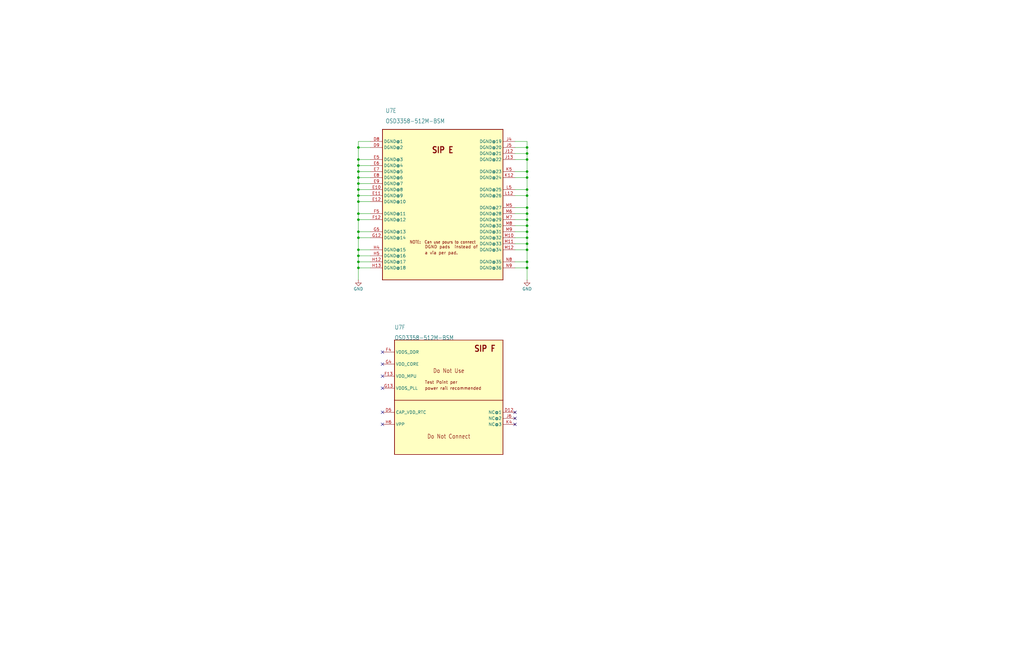
<source format=kicad_sch>
(kicad_sch (version 20250114) (generator "eeschema") (generator_version "9.0")
  (paper "B")
  (title_block (title "Oresat Live Card") (date "2025-09-15") (rev "2.1"))
  (lib_symbols
    (symbol "oresat-ics:OSD3358-512M-BSM"
      (property "Reference" "U" (at 0 87.63 0))
      (property "Value" "OSD3358-512M-BSM" (at 0 85.09 0))
      (symbol "OSD3358-512M-BSM_1_0"
        (polyline (pts (xy -30.48 83.82) (xy 0 83.82)) (stroke (width 0.254)))
        (polyline (pts (xy -30.48 68.58) (xy -30.48 83.82)) (stroke (width 0.254)))
        (polyline (pts (xy -30.48 53.34) (xy -30.48 68.58)) (stroke (width 0.254)))
        (polyline (pts (xy -30.48 30.48) (xy -30.48 53.34)) (stroke (width 0.254)))
        (polyline (pts (xy -30.48 10.16) (xy -30.48 30.48)) (stroke (width 0.254)))
        (polyline (pts (xy -30.48 0) (xy -30.48 10.16)) (stroke (width 0.254)))
        (polyline (pts (xy -30.48 -10.16) (xy -30.48 0)) (stroke (width 0.254)))
        (polyline (pts (xy -30.48 -45.72) (xy -30.48 -10.16)) (stroke (width 0.254)))
        (polyline (pts (xy -30.48 -68.58) (xy -30.48 -45.72)) (stroke (width 0.254)))
        (polyline (pts (xy -30.48 -78.74) (xy -30.48 -68.58)) (stroke (width 0.254)))
        (polyline (pts (xy -30.48 -88.9) (xy -30.48 -78.74)) (stroke (width 0.254)))
        (polyline (pts (xy -30.48 -88.9) (xy 0 -88.9)) (stroke (width 0.254)))
        (polyline (pts (xy 0 83.82) (xy 0 68.58)) (stroke (width 0.254)))
        (polyline (pts (xy 0 83.82) (xy 30.48 83.82)) (stroke (width 0.254)))
        (polyline (pts (xy 0 68.58) (xy -30.48 68.58)) (stroke (width 0.254)))
        (polyline (pts (xy 0 68.58) (xy 0 66.04)) (stroke (width 0.254)))
        (polyline (pts (xy 0 66.04) (xy 0 53.34)) (stroke (width 0.254)))
        (polyline (pts (xy 0 53.34) (xy -30.48 53.34)) (stroke (width 0.254)))
        (polyline (pts (xy 0 53.34) (xy 0 48.26)) (stroke (width 0.254)))
        (polyline (pts (xy 0 48.26) (xy 0 35.56)) (stroke (width 0.254)))
        (polyline (pts (xy 0 35.56) (xy 0 30.48)) (stroke (width 0.254)))
        (polyline (pts (xy 0 30.48) (xy -30.48 30.48)) (stroke (width 0.254)))
        (polyline (pts (xy 0 30.48) (xy 0 22.86)) (stroke (width 0.254)))
        (polyline (pts (xy 0 22.86) (xy 0 10.16)) (stroke (width 0.254)))
        (polyline (pts (xy 0 10.16) (xy -30.48 10.16)) (stroke (width 0.254)))
        (polyline (pts (xy 0 10.16) (xy 0 0)) (stroke (width 0.254)))
        (polyline (pts (xy 0 0) (xy -30.48 0)) (stroke (width 0.254)))
        (polyline (pts (xy 0 0) (xy 0 -10.16)) (stroke (width 0.254)))
        (polyline (pts (xy 0 -10.16) (xy -30.48 -10.16)) (stroke (width 0.254)))
        (polyline (pts (xy 0 -10.16) (xy 0 -33.02)) (stroke (width 0.254)))
        (polyline (pts (xy 0 -33.02) (xy 0 -45.72)) (stroke (width 0.254)))
        (polyline (pts (xy 0 -45.72) (xy -30.48 -45.72)) (stroke (width 0.254)))
        (polyline (pts (xy 0 -45.72) (xy 0 -66.04)) (stroke (width 0.254)))
        (polyline (pts (xy 0 -66.04) (xy 0 -68.58)) (stroke (width 0.254)))
        (polyline (pts (xy 0 -68.58) (xy -30.48 -68.58)) (stroke (width 0.254)))
        (polyline (pts (xy 0 -68.58) (xy 0 -78.74)) (stroke (width 0.254)))
        (polyline (pts (xy 0 -78.74) (xy -30.48 -78.74)) (stroke (width 0.254)))
        (polyline (pts (xy 0 -78.74) (xy 0 -88.9)) (stroke (width 0.254)))
        (polyline (pts (xy 0 -88.9) (xy 30.48 -88.9)) (stroke (width 0.254)))
        (polyline (pts (xy 30.48 83.82) (xy 30.48 66.04)) (stroke (width 0.254)))
        (polyline (pts (xy 30.48 66.04) (xy 0 66.04)) (stroke (width 0.254)))
        (polyline (pts (xy 30.48 66.04) (xy 30.48 48.26)) (stroke (width 0.254)))
        (polyline (pts (xy 30.48 48.26) (xy 0 48.26)) (stroke (width 0.254)))
        (polyline (pts (xy 30.48 48.26) (xy 30.48 35.56)) (stroke (width 0.254)))
        (polyline (pts (xy 30.48 35.56) (xy 0 35.56)) (stroke (width 0.254)))
        (polyline (pts (xy 30.48 35.56) (xy 30.48 22.86)) (stroke (width 0.254)))
        (polyline (pts (xy 30.48 22.86) (xy 0 22.86)) (stroke (width 0.254)))
        (polyline (pts (xy 30.48 22.86) (xy 30.48 -10.16)) (stroke (width 0.254)))
        (polyline (pts (xy 30.48 -10.16) (xy 0 -10.16)) (stroke (width 0.254)))
        (polyline (pts (xy 30.48 -10.16) (xy 30.48 -33.02)) (stroke (width 0.254)))
        (polyline (pts (xy 30.48 -33.02) (xy 0 -33.02)) (stroke (width 0.254)))
        (polyline (pts (xy 30.48 -33.02) (xy 30.48 -66.04)) (stroke (width 0.254)))
        (polyline (pts (xy 30.48 -66.04) (xy 0 -66.04)) (stroke (width 0.254)))
        (polyline (pts (xy 30.48 -66.04) (xy 30.48 -88.9)) (stroke (width 0.254)))
        (text "GND to program EEPROM" (at -25.4 -71.12 0) (effects (font (size 1.27 1.0795)) (justify left bottom)))
        (text "SIP A" (at -20.32 17.78 0) (effects (font (size 2.54 2.159) (bold yes)) (justify left bottom)))
        (text "I2C0" (at -2.54 -60.96 900) (effects (font (size 2.54 2.159)) (justify left bottom)))
        (text "Connect together with pour" (at 5.08 -7.62 900) (effects (font (size 1.27 1.0795)) (justify left bottom)))
        (text "Connect together with pour" (at 5.08 -60.96 900) (effects (font (size 1.27 1.0795)) (justify left bottom)))
        (text "Reset" (at 5.08 -81.28 900) (effects (font (size 2.54 2.159)) (justify left bottom)))
        (text "Connect to either:\nSYS_VDD_1P8V or\nSYS_VDD3_3P3V" (at 8.89 -21.59 900) (effects (font (size 1.27 1.0795)) (justify bottom)))
        (pin power_in line (at -35.56 78.74 0) (length 5.08) (name "VIN_AC@1") (number "P10"))
        (pin power_in line (at -35.56 76.2 0) (length 5.08) (name "VIN_AC@2") (number "R10"))
        (pin power_in line (at -35.56 73.66 0) (length 5.08) (name "VIN_AC@3") (number "T10"))
        (pin power_in line (at -35.56 63.5 0) (length 5.08) (name "VIN_USB@1") (number "P9"))
        (pin power_in line (at -35.56 60.96 0) (length 5.08) (name "VIN_USB@2") (number "R9"))
        (pin power_in line (at -35.56 58.42 0) (length 5.08) (name "VIN_USB@3") (number "T9"))
        (pin power_in line (at -35.56 48.26 0) (length 5.08) (name "VIN_BAT@1") (number "P8"))
        (pin power_in line (at -35.56 45.72 0) (length 5.08) (name "VIN_BAT@2") (number "R8"))
        (pin power_in line (at -35.56 43.18 0) (length 5.08) (name "VIN_BAT@3") (number "T8"))
        (pin passive line (at -35.56 38.1 0) (length 5.08) (name "PMIC_BAT_SENSE") (number "N7"))
        (pin bidirectional line (at -35.56 35.56 0) (length 5.08) (name "PMIC_TS") (number "N6"))
        (pin bidirectional line (at -35.56 5.08 0) (length 5.08) (name "PMIC_NRESET") (number "M13"))
        (pin bidirectional line (at -35.56 -5.08 0) (length 5.08) (name "PMIC_PB_IN") (number "T11"))
        (pin input line (at -35.56 -15.24 0) (length 5.08) (name "PMIC_PWR_EN") (number "N11"))
        (pin output line (at -35.56 -17.78 0) (length 5.08) (name "PMIC_POWER_EN") (number "N10"))
        (pin output line (at -35.56 -22.86 0) (length 5.08) (name "PMIC_LDO_PGOOD") (number "N4"))
        (pin bidirectional line (at -35.56 -25.4 0) (length 5.08) (name "RTC_PWRONRSTN") (number "N5"))
        (pin output line (at -35.56 -30.48 0) (length 5.08) (name "PMIC_NWAKEUP") (number "L4"))
        (pin bidirectional line (at -35.56 -33.02 0) (length 5.08) (name "EXT_WAKEUP") (number "M4"))
        (pin output line (at -35.56 -38.1 0) (length 5.08) (name "PMIC_NINT") (number "E4"))
        (pin bidirectional line (at -35.56 -40.64 0) (length 5.08) (name "EXTINTN") (number "D4"))
        (pin bidirectional line (at -35.56 -50.8 0) (length 5.08) (name "PMIC_SCL") (number "D10"))
        (pin bidirectional line (at -35.56 -53.34 0) (length 5.08) (name "I2C0_SCL") (number "C10"))
        (pin bidirectional line (at -35.56 -60.96 0) (length 5.08) (name "PMIC_SDA") (number "D11"))
        (pin bidirectional line (at -35.56 -63.5 0) (length 5.08) (name "I2C0_SDA") (number "C11"))
        (pin bidirectional line (at -35.56 -73.66 0) (length 5.08) (name "EEPROM_WP") (number "M2"))
        (pin bidirectional line (at -35.56 -83.82 0) (length 5.08) (name "RTC_KALDO_ENN") (number "M16"))
        (pin power_out line (at 35.56 78.74 180) (length 5.08) (name "SYS_VOUT@1") (number "K6"))
        (pin power_out line (at 35.56 76.2 180) (length 5.08) (name "SYS_VOUT@2") (number "K7"))
        (pin power_out line (at 35.56 73.66 180) (length 5.08) (name "SYS_VOUT@3") (number "L6"))
        (pin power_out line (at 35.56 71.12 180) (length 5.08) (name "SYS_VOUT@4") (number "L7"))
        (pin power_out line (at 35.56 60.96 180) (length 5.08) (name "SYS_VDD1_3P3V@1") (number "F6"))
        (pin power_out line (at 35.56 58.42 180) (length 5.08) (name "SYS_VDD1_3P3V@2") (number "F7"))
        (pin power_out line (at 35.56 55.88 180) (length 5.08) (name "SYS_VDD1_3P3V@3") (number "G6"))
        (pin power_out line (at 35.56 53.34 180) (length 5.08) (name "SYS_VDD1_3P3V@4") (number "G7"))
        (pin power_out line (at 35.56 43.18 180) (length 5.08) (name "SYS_VDD2_3P3V@1") (number "F11"))
        (pin power_out line (at 35.56 40.64 180) (length 5.08) (name "SYS_VDD2_3P3V@2") (number "G11"))
        (pin power_out line (at 35.56 30.48 180) (length 5.08) (name "SYS_RTC_1P8V@1") (number "K11"))
        (pin power_out line (at 35.56 27.94 180) (length 5.08) (name "SYS_RTC_1P8V@2") (number "L11"))
        (pin power_out line (at 35.56 12.7 180) (length 5.08) (name "SYS_VDD3_3P3V@1") (number "F8"))
        (pin power_out line (at 35.56 10.16 180) (length 5.08) (name "SYS_VDD3_3P3V@2") (number "G8"))
        (pin power_out line (at 35.56 7.62 180) (length 5.08) (name "SYS_VDD3_3P3V@3") (number "H7"))
        (pin power_out line (at 35.56 5.08 180) (length 5.08) (name "SYS_VDD3_3P3V@4") (number "H8"))
        (pin power_out line (at 35.56 2.54 180) (length 5.08) (name "SYS_VDD3_3P3V@5") (number "J7"))
        (pin power_out line (at 35.56 0 180) (length 5.08) (name "SYS_VDD3_3P3V@6") (number "J8"))
        (pin power_out line (at 35.56 -2.54 180) (length 5.08) (name "SYS_VDD3_3P3V@7") (number "K8"))
        (pin power_out line (at 35.56 -5.08 180) (length 5.08) (name "SYS_VDD3_3P3V@8") (number "L8"))
        (pin power_in line (at 35.56 -15.24 180) (length 5.08) (name "VDDSHV1") (number "J9"))
        (pin power_in line (at 35.56 -17.78 180) (length 5.08) (name "VDDSHV2") (number "K9"))
        (pin power_in line (at 35.56 -20.32 180) (length 5.08) (name "VDDSHV3") (number "L9"))
        (pin power_in line (at 35.56 -22.86 180) (length 5.08) (name "VDDSHV4") (number "F9"))
        (pin power_in line (at 35.56 -25.4 180) (length 5.08) (name "VDDSHV5") (number "G9"))
        (pin power_in line (at 35.56 -27.94 180) (length 5.08) (name "VDDSHV6") (number "H9"))
        (pin power_in line (at 35.56 -38.1 180) (length 5.08) (name "SYS_VDD_1P8V@1") (number "F10"))
        (pin power_in line (at 35.56 -40.64 180) (length 5.08) (name "SYS_VDD_1P8V@2") (number "G10"))
        (pin power_in line (at 35.56 -43.18 180) (length 5.08) (name "SYS_VDD_1P8V@3") (number "H10"))
        (pin power_in line (at 35.56 -45.72 180) (length 5.08) (name "SYS_VDD_1P8V@4") (number "H11"))
        (pin power_in line (at 35.56 -48.26 180) (length 5.08) (name "SYS_VDD_1P8V@5") (number "J10"))
        (pin power_in line (at 35.56 -50.8 180) (length 5.08) (name "SYS_VDD_1P8V@6") (number "J11"))
        (pin power_in line (at 35.56 -53.34 180) (length 5.08) (name "SYS_VDD_1P8V@7") (number "K10"))
        (pin power_in line (at 35.56 -55.88 180) (length 5.08) (name "SYS_VDD_1P8V@8") (number "L10"))
        (pin output line (at 35.56 -71.12 180) (length 5.08) (name "PMIC_PGOOD") (number "N12"))
        (pin bidirectional line (at 35.56 -73.66 180) (length 5.08) (name "PWRONRSTN") (number "P11"))
        (pin bidirectional line (at 35.56 -83.82 180) (length 5.08) (name "WARMRSTN") (number "R11"))
      )
      (symbol "OSD3358-512M-BSM_1_1"
        (rectangle (start -30.48 83.82) (end 30.48 -88.9) (fill (type background)))
      )
      (symbol "OSD3358-512M-BSM_2_0"
        (rectangle (start -25.4 58.42) (end 25.4 -60.96) (fill (type background)))
        (polyline (pts (xy -25.4 58.42) (xy 25.4 58.42)) (stroke (width 0.254)))
        (polyline (pts (xy -25.4 48.26) (xy -25.4 58.42)) (stroke (width 0.254)))
        (polyline (pts (xy -25.4 48.26) (xy 0 48.26)) (stroke (width 0.254)))
        (polyline (pts (xy -25.4 17.78) (xy -25.4 48.26)) (stroke (width 0.254)))
        (polyline (pts (xy -25.4 17.78) (xy 0 17.78)) (stroke (width 0.254)))
        (polyline (pts (xy -25.4 -12.7) (xy -25.4 17.78)) (stroke (width 0.254)))
        (polyline (pts (xy -25.4 -12.7) (xy 0 -12.7)) (stroke (width 0.254)))
        (polyline (pts (xy -25.4 -38.1) (xy -25.4 -12.7)) (stroke (width 0.254)))
        (polyline (pts (xy -25.4 -38.1) (xy 25.4 -38.1)) (stroke (width 0.254)))
        (polyline (pts (xy -25.4 -60.96) (xy -25.4 -38.1)) (stroke (width 0.254)))
        (polyline (pts (xy 0 48.26) (xy 0 17.78)) (stroke (width 0.254)))
        (polyline (pts (xy 0 48.26) (xy 25.4 48.26)) (stroke (width 0.254)))
        (polyline (pts (xy 0 17.78) (xy 0 0)) (stroke (width 0.254)))
        (polyline (pts (xy 0 0) (xy 0 -12.7)) (stroke (width 0.254)))
        (polyline (pts (xy 0 0) (xy 25.4 0)) (stroke (width 0.254)))
        (polyline (pts (xy 0 -12.7) (xy 0 -60.96)) (stroke (width 0.254)))
        (polyline (pts (xy 0 -60.96) (xy -25.4 -60.96)) (stroke (width 0.254)))
        (polyline (pts (xy 25.4 58.42) (xy 25.4 48.26)) (stroke (width 0.254)))
        (polyline (pts (xy 25.4 48.26) (xy 25.4 0)) (stroke (width 0.254)))
        (polyline (pts (xy 25.4 0) (xy 25.4 -38.1)) (stroke (width 0.254)))
        (polyline (pts (xy 25.4 -38.1) (xy 25.4 -60.96)) (stroke (width 0.254)))
        (polyline (pts (xy 25.4 -60.96) (xy 0 -60.96)) (stroke (width 0.254)))
        (text "SIP B" (at -5.08 53.34 0) (effects (font (size 2.54 2.159) (bold yes)) (justify left bottom)))
        (text "XTAL" (at -2.54 30.48 900) (effects (font (size 2.54 2.159)) (justify left bottom)))
        (text "RTC" (at -2.54 0 900) (effects (font (size 2.54 2.159)) (justify left bottom)))
        (text "JTAG" (at -2.54 -25.4 900) (effects (font (size 2.54 2.159)) (justify left bottom)))
        (text "USB0" (at -2.54 -53.34 900) (effects (font (size 2.54 2.159)) (justify left bottom)))
        (text "Analog" (at 2.54 22.86 0) (effects (font (size 2.54 2.159)) (justify left bottom)))
        (text "Analog Inputs" (at 5.08 -30.48 900) (effects (font (size 2.54 2.159)) (justify left bottom)))
        (text "USB1" (at 5.08 -53.34 900) (effects (font (size 2.54 2.159)) (justify left bottom)))
        (text "Pwr & Gnd" (at 12.7 20.32 0) (effects (font (size 2.159 2.159))))
        (pin passive line (at -30.48 43.18 0) (length 5.08) (name "OSC0_IN") (number "P16"))
        (pin output line (at -30.48 27.94 0) (length 5.08) (name "OSC0_OUT") (number "N16"))
        (pin power_in line (at -30.48 22.86 0) (length 5.08) (name "OSC0_GND") (number "N15"))
        (pin passive line (at -30.48 12.7 0) (length 5.08) (name "OSC1_IN") (number "A6"))
        (pin output line (at -30.48 -2.54 0) (length 5.08) (name "OSC1_OUT") (number "A5"))
        (pin power_in line (at -30.48 -7.62 0) (length 5.08) (name "OSC1_GND") (number "B5"))
        (pin bidirectional line (at -30.48 -17.78 0) (length 5.08) (name "TDI") (number "C1"))
        (pin bidirectional line (at -30.48 -20.32 0) (length 5.08) (name "TDO") (number "C2"))
        (pin bidirectional line (at -30.48 -22.86 0) (length 5.08) (name "TCK") (number "D1"))
        (pin bidirectional line (at -30.48 -25.4 0) (length 5.08) (name "TMS") (number "D2"))
        (pin bidirectional line (at -30.48 -27.94 0) (length 5.08) (name "TRSTN") (number "D3"))
        (pin bidirectional line (at -30.48 -30.48 0) (length 5.08) (name "EMU0") (number "E2"))
        (pin bidirectional line (at -30.48 -33.02 0) (length 5.08) (name "EMU1") (number "E3"))
        (pin bidirectional line (at -30.48 -43.18 0) (length 5.08) (name "USB0_VBUS") (number "J16"))
        (pin bidirectional line (at -30.48 -45.72 0) (length 5.08) (name "USB0_DM") (number "K16"))
        (pin bidirectional line (at -30.48 -48.26 0) (length 5.08) (name "USB0_DP") (number "K15"))
        (pin bidirectional line (at -30.48 -50.8 0) (length 5.08) (name "USB0_ID") (number "K14"))
        (pin bidirectional line (at -30.48 -53.34 0) (length 5.08) (name "USB0_CE") (number "K13"))
        (pin bidirectional line (at -30.48 -55.88 0) (length 5.08) (name "USB0_DRVVBUS") (number "J15"))
        (pin power_out line (at 30.48 45.72 180) (length 5.08) (name "SYS_ADC_1P8V") (number "A7"))
        (pin power_in line (at 30.48 35.56 180) (length 5.08) (name "VREFP") (number "B7"))
        (pin power_in line (at 30.48 15.24 180) (length 5.08) (name "AGND_ADC") (number "A9"))
        (pin power_in line (at 30.48 5.08 180) (length 5.08) (name "VREFN") (number "B9"))
        (pin passive line (at 30.48 -5.08 180) (length 5.08) (name "AIN0") (number "A8"))
        (pin passive line (at 30.48 -7.62 180) (length 5.08) (name "AIN1") (number "B8"))
        (pin passive line (at 30.48 -10.16 180) (length 5.08) (name "AIN2") (number "B6"))
        (pin passive line (at 30.48 -12.7 180) (length 5.08) (name "AIN3") (number "C6"))
        (pin passive line (at 30.48 -15.24 180) (length 5.08) (name "AIN4") (number "C7"))
        (pin passive line (at 30.48 -17.78 180) (length 5.08) (name "AIN5") (number "C8"))
        (pin passive line (at 30.48 -20.32 180) (length 5.08) (name "AIN6") (number "C9"))
        (pin passive line (at 30.48 -22.86 180) (length 5.08) (name "AIN7") (number "D7"))
        (pin bidirectional line (at 30.48 -27.94 180) (length 5.08) (name "PMIC_MUX_OUT") (number "D6"))
        (pin bidirectional line (at 30.48 -33.02 180) (length 5.08) (name "PMIC_MUX_IN") (number "N13"))
        (pin bidirectional line (at 30.48 -43.18 180) (length 5.08) (name "USB1_VBUS") (number "M15"))
        (pin bidirectional line (at 30.48 -45.72 180) (length 5.08) (name "USB1_DM") (number "L16"))
        (pin bidirectional line (at 30.48 -48.26 180) (length 5.08) (name "USB1_DP") (number "L15"))
        (pin bidirectional line (at 30.48 -50.8 180) (length 5.08) (name "USB1_ID") (number "L14"))
        (pin bidirectional line (at 30.48 -53.34 180) (length 5.08) (name "USB1_CE") (number "L13"))
        (pin bidirectional line (at 30.48 -55.88 180) (length 5.08) (name "USB1_DRVVBUS") (number "M14"))
      )
      (symbol "OSD3358-512M-BSM_3_0"
        (rectangle (start -25.4 60.96) (end 25.4 -63.5) (fill (type background)))
        (polyline (pts (xy -25.4 60.96) (xy 25.4 60.96)) (stroke (width 0.254)))
        (polyline (pts (xy -25.4 -63.5) (xy -25.4 60.96)) (stroke (width 0.254)))
        (polyline (pts (xy 25.4 60.96) (xy 25.4 -63.5)) (stroke (width 0.254)))
        (polyline (pts (xy 25.4 -63.5) (xy -25.4 -63.5)) (stroke (width 0.254)))
        (text "SIP C" (at -5.08 53.34 0) (effects (font (size 2.54 2.159) (bold yes)) (justify left bottom)))
        (pin output line (at -30.48 55.88 0) (length 5.08) (name "UART0_TXD") (number "B12"))
        (pin input line (at -30.48 53.34 0) (length 5.08) (name "UART0_RXD") (number "A12"))
        (pin output line (at -30.48 50.8 0) (length 5.08) (name "UART0_CTSN") (number "C12"))
        (pin input line (at -30.48 48.26 0) (length 5.08) (name "UART0_RTSN") (number "C13"))
        (pin output line (at -30.48 40.64 0) (length 5.08) (name "UART1_TXD") (number "B11"))
        (pin input line (at -30.48 38.1 0) (length 5.08) (name "UART1_RXD") (number "A11"))
        (pin output line (at -30.48 35.56 0) (length 5.08) (name "UART1_CTSN") (number "B10"))
        (pin input line (at -30.48 33.02 0) (length 5.08) (name "UART1_RTSN") (number "A10"))
        (pin output line (at -30.48 25.4 0) (length 5.08) (name "SPI0_SCLK") (number "A13"))
        (pin bidirectional line (at -30.48 22.86 0) (length 5.08) (name "SPI0_D0") (number "B13"))
        (pin bidirectional line (at -30.48 20.32 0) (length 5.08) (name "SPI0_D1") (number "B14"))
        (pin bidirectional line (at -30.48 17.78 0) (length 5.08) (name "SPI0_CS0") (number "A14"))
        (pin bidirectional line (at -30.48 15.24 0) (length 5.08) (name "SPI0_CS1") (number "C14"))
        (pin output line (at -30.48 7.62 0) (length 5.08) (name "MMC0_CLK") (number "B15"))
        (pin bidirectional line (at -30.48 5.08 0) (length 5.08) (name "MMC0_CMD") (number "B16"))
        (pin bidirectional line (at -30.48 2.54 0) (length 5.08) (name "MMC0_DAT0") (number "A16"))
        (pin bidirectional line (at -30.48 0 0) (length 5.08) (name "MMC0_DAT1") (number "A15"))
        (pin bidirectional line (at -30.48 -2.54 0) (length 5.08) (name "MMC0_DAT2") (number "C16"))
        (pin bidirectional line (at -30.48 -5.08 0) (length 5.08) (name "MMC0_DAT3") (number "C15"))
        (pin bidirectional line (at -30.48 -12.7 0) (length 5.08) (name "MCASP0_ACLKX") (number "A1"))
        (pin bidirectional line (at -30.48 -15.24 0) (length 5.08) (name "MCASP0_FSX") (number "A2"))
        (pin bidirectional line (at -30.48 -17.78 0) (length 5.08) (name "MCASP0_AXR0") (number "B2"))
        (pin bidirectional line (at -30.48 -20.32 0) (length 5.08) (name "MCASP0_AHCLKR") (number "B1"))
        (pin bidirectional line (at -30.48 -22.86 0) (length 5.08) (name "MCASP0_ACLKR") (number "A3"))
        (pin bidirectional line (at -30.48 -25.4 0) (length 5.08) (name "MCASP0_FSR") (number "B3"))
        (pin bidirectional line (at -30.48 -27.94 0) (length 5.08) (name "MCASP0_AXR1") (number "C3"))
        (pin bidirectional line (at -30.48 -30.48 0) (length 5.08) (name "MCASP0_AHCLKX") (number "C4"))
        (pin bidirectional line (at -30.48 -38.1 0) (length 5.08) (name "XDMA_EVENT_INTR0") (number "A4"))
        (pin bidirectional line (at -30.48 -40.64 0) (length 5.08) (name "XDMA_EVENT_INTR1") (number "B4"))
        (pin bidirectional line (at -30.48 -43.18 0) (length 5.08) (name "ECAP0_IN_PWM0_OUT") (number "C5"))
        (pin bidirectional line (at 30.48 55.88 180) (length 5.08) (name "GPMC_CLK") (number "T7"))
        (pin bidirectional line (at 30.48 50.8 180) (length 5.08) (name "GPMC_A0") (number "T12"))
        (pin bidirectional line (at 30.48 48.26 180) (length 5.08) (name "GPMC_A1") (number "R12"))
        (pin bidirectional line (at 30.48 45.72 180) (length 5.08) (name "GPMC_A2") (number "P12"))
        (pin bidirectional line (at 30.48 43.18 180) (length 5.08) (name "GPMC_A3") (number "T13"))
        (pin bidirectional line (at 30.48 40.64 180) (length 5.08) (name "GPMC_A4") (number "R13"))
        (pin bidirectional line (at 30.48 38.1 180) (length 5.08) (name "GPMC_A5") (number "P13"))
        (pin bidirectional line (at 30.48 35.56 180) (length 5.08) (name "GPMC_A6") (number "T14"))
        (pin bidirectional line (at 30.48 33.02 180) (length 5.08) (name "GPMC_A7") (number "R14"))
        (pin bidirectional line (at 30.48 30.48 180) (length 5.08) (name "GPMC_A8") (number "P14"))
        (pin bidirectional line (at 30.48 27.94 180) (length 5.08) (name "GPMC_A9") (number "T15"))
        (pin bidirectional line (at 30.48 25.4 180) (length 5.08) (name "GPMC_A10") (number "R15"))
        (pin bidirectional line (at 30.48 22.86 180) (length 5.08) (name "GPMC_A11") (number "T16"))
        (pin bidirectional line (at 30.48 17.78 180) (length 5.08) (name "GPMC_BEN1") (number "N14"))
        (pin bidirectional line (at 30.48 15.24 180) (length 5.08) (name "GPMC_WAIT0") (number "P15"))
        (pin bidirectional line (at 30.48 12.7 180) (length 5.08) (name "GPMC_WPN") (number "R16"))
        (pin bidirectional line (at 30.48 7.62 180) (length 5.08) (name "GPMC_CSN0") (number "P3"))
        (pin bidirectional line (at 30.48 5.08 180) (length 5.08) (name "GPMC_CSN1") (number "P2"))
        (pin bidirectional line (at 30.48 2.54 180) (length 5.08) (name "GPMC_CSN2") (number "P1"))
        (pin bidirectional line (at 30.48 0 180) (length 5.08) (name "GPMC_CSN3") (number "R7"))
        (pin bidirectional line (at 30.48 -5.08 180) (length 5.08) (name "GPMC_AD0") (number "R3"))
        (pin bidirectional line (at 30.48 -7.62 180) (length 5.08) (name "GPMC_AD1") (number "R2"))
        (pin bidirectional line (at 30.48 -10.16 180) (length 5.08) (name "GPMC_AD2") (number "R1"))
        (pin bidirectional line (at 30.48 -12.7 180) (length 5.08) (name "GPMC_AD3") (number "T3"))
        (pin bidirectional line (at 30.48 -15.24 180) (length 5.08) (name "GPMC_AD4") (number "T2"))
        (pin bidirectional line (at 30.48 -17.78 180) (length 5.08) (name "GPMC_AD5") (number "T1"))
        (pin bidirectional line (at 30.48 -20.32 180) (length 5.08) (name "GPMC_AD6") (number "P4"))
        (pin bidirectional line (at 30.48 -22.86 180) (length 5.08) (name "GPMC_AD7") (number "R4"))
        (pin bidirectional line (at 30.48 -27.94 180) (length 5.08) (name "GPMC_AD8") (number "T4"))
        (pin bidirectional line (at 30.48 -30.48 180) (length 5.08) (name "GPMC_AD9") (number "P5"))
        (pin bidirectional line (at 30.48 -33.02 180) (length 5.08) (name "GPMC_AD10") (number "R5"))
        (pin bidirectional line (at 30.48 -35.56 180) (length 5.08) (name "GPMC_AD11") (number "T5"))
        (pin bidirectional line (at 30.48 -38.1 180) (length 5.08) (name "GPMC_AD12") (number "P6"))
        (pin bidirectional line (at 30.48 -40.64 180) (length 5.08) (name "GPMC_AD13") (number "R6"))
        (pin bidirectional line (at 30.48 -43.18 180) (length 5.08) (name "GPMC_AD14") (number "T6"))
        (pin bidirectional line (at 30.48 -45.72 180) (length 5.08) (name "GPMC_AD15") (number "P7"))
        (pin bidirectional line (at 30.48 -50.8 180) (length 5.08) (name "GPMC_ADVN_ALE") (number "M1"))
        (pin bidirectional line (at 30.48 -53.34 180) (length 5.08) (name "GPMC_BEN0_CLE") (number "N3"))
        (pin bidirectional line (at 30.48 -55.88 180) (length 5.08) (name "GPMC_WEN") (number "N2"))
        (pin bidirectional line (at 30.48 -58.42 180) (length 5.08) (name "GPMC_OEN_REN") (number "N1"))
      )
      (symbol "OSD3358-512M-BSM_4_0"
        (rectangle (start -25.4 33.02) (end 25.4 -35.56) (fill (type background)))
        (polyline (pts (xy -25.4 33.02) (xy 25.4 33.02)) (stroke (width 0.254)))
        (polyline (pts (xy -25.4 -35.56) (xy -25.4 33.02)) (stroke (width 0.254)))
        (polyline (pts (xy 25.4 33.02) (xy 25.4 -35.56)) (stroke (width 0.254)))
        (polyline (pts (xy 25.4 -35.56) (xy -25.4 -35.56)) (stroke (width 0.254)))
        (text "SIP D" (at -20.32 -30.48 0) (effects (font (size 2.54 2.159) (bold yes)) (justify left bottom)))
        (pin bidirectional line (at -30.48 27.94 0) (length 5.08) (name "MII1_TX_CLK") (number "H16"))
        (pin bidirectional line (at -30.48 25.4 0) (length 5.08) (name "MII1_TXD0") (number "H15"))
        (pin bidirectional line (at -30.48 22.86 0) (length 5.08) (name "MII1_TXD1") (number "H14"))
        (pin bidirectional line (at -30.48 20.32 0) (length 5.08) (name "MII1_TXD2") (number "G16"))
        (pin bidirectional line (at -30.48 17.78 0) (length 5.08) (name "MII1_TXD3") (number "G15"))
        (pin bidirectional line (at -30.48 15.24 0) (length 5.08) (name "MII1_TX_EN") (number "G14"))
        (pin bidirectional line (at -30.48 12.7 0) (length 5.08) (name "MII1_CRS") (number "F14"))
        (pin bidirectional line (at -30.48 10.16 0) (length 5.08) (name "MII1_COL") (number "F15"))
        (pin bidirectional line (at -30.48 5.08 0) (length 5.08) (name "MII1_RX_CLK") (number "E16"))
        (pin bidirectional line (at -30.48 2.54 0) (length 5.08) (name "MII1_RXD0") (number "E14"))
        (pin bidirectional line (at -30.48 0 0) (length 5.08) (name "MII1_RXD1") (number "D16"))
        (pin bidirectional line (at -30.48 -2.54 0) (length 5.08) (name "MII1_RXD2") (number "D15"))
        (pin bidirectional line (at -30.48 -5.08 0) (length 5.08) (name "MII1_RXD3") (number "D14"))
        (pin bidirectional line (at -30.48 -7.62 0) (length 5.08) (name "MII1_RX_ER") (number "E15"))
        (pin bidirectional line (at -30.48 -10.16 0) (length 5.08) (name "MII1_RX_DV") (number "F16"))
        (pin bidirectional line (at -30.48 -15.24 0) (length 5.08) (name "RMII1_REF_CLK") (number "J14"))
        (pin bidirectional line (at -30.48 -17.78 0) (length 5.08) (name "MDC") (number "D13"))
        (pin bidirectional line (at -30.48 -20.32 0) (length 5.08) (name "MDIO") (number "E13"))
        (pin bidirectional line (at 30.48 27.94 180) (length 5.08) (name "LCD_DATA0") (number "G3"))
        (pin bidirectional line (at 30.48 25.4 180) (length 5.08) (name "LCD_DATA1") (number "G2"))
        (pin bidirectional line (at 30.48 22.86 180) (length 5.08) (name "LCD_DATA2") (number "G1"))
        (pin bidirectional line (at 30.48 20.32 180) (length 5.08) (name "LCD_DATA3") (number "H3"))
        (pin bidirectional line (at 30.48 17.78 180) (length 5.08) (name "LCD_DATA4") (number "H2"))
        (pin bidirectional line (at 30.48 15.24 180) (length 5.08) (name "LCD_DATA5") (number "H1"))
        (pin bidirectional line (at 30.48 12.7 180) (length 5.08) (name "LCD_DATA6") (number "J3"))
        (pin bidirectional line (at 30.48 10.16 180) (length 5.08) (name "LCD_DATA7") (number "J2"))
        (pin bidirectional line (at 30.48 7.62 180) (length 5.08) (name "LCD_DATA8") (number "J1"))
        (pin bidirectional line (at 30.48 5.08 180) (length 5.08) (name "LCD_DATA9") (number "K3"))
        (pin bidirectional line (at 30.48 2.54 180) (length 5.08) (name "LCD_DATA10") (number "K2"))
        (pin bidirectional line (at 30.48 0 180) (length 5.08) (name "LCD_DATA11") (number "K1"))
        (pin bidirectional line (at 30.48 -2.54 180) (length 5.08) (name "LCD_DATA12") (number "L3"))
        (pin bidirectional line (at 30.48 -5.08 180) (length 5.08) (name "LCD_DATA13") (number "L2"))
        (pin bidirectional line (at 30.48 -7.62 180) (length 5.08) (name "LCD_DATA14") (number "L1"))
        (pin bidirectional line (at 30.48 -10.16 180) (length 5.08) (name "LCD_DATA15") (number "M3"))
        (pin bidirectional line (at 30.48 -15.24 180) (length 5.08) (name "LCD_PCLK") (number "F1"))
        (pin bidirectional line (at 30.48 -17.78 180) (length 5.08) (name "LCD_VSYNC") (number "F3"))
        (pin bidirectional line (at 30.48 -20.32 180) (length 5.08) (name "LCD_HSYNC") (number "F2"))
        (pin bidirectional line (at 30.48 -22.86 180) (length 5.08) (name "LCD_AC_BIAS_EN") (number "E1"))
      )
      (symbol "OSD3358-512M-BSM_5_0"
        (rectangle (start -25.4 30.48) (end 25.4 -33.02) (fill (type background)))
        (polyline (pts (xy -25.4 30.48) (xy 25.4 30.48)) (stroke (width 0.254)))
        (polyline (pts (xy -25.4 -33.02) (xy -25.4 30.48)) (stroke (width 0.254)))
        (polyline (pts (xy 25.4 30.48) (xy 25.4 -33.02)) (stroke (width 0.254)))
        (polyline (pts (xy 25.4 -33.02) (xy -25.4 -33.02)) (stroke (width 0.254)))
        (text "NOTE:  Can use pours to connect" (at -13.97 -17.78 0) (effects (font (size 1.27 1.0795)) (justify left bottom)))
        (text "DGND pads  instead of " (at -7.62 -19.05 0) (effects (font (size 1.27 1.27)) (justify left)))
        (text "a via per pad." (at -7.62 -21.59 0) (effects (font (size 1.27 1.27)) (justify left)))
        (text "SIP E" (at 0 20.32 0) (effects (font (size 2.54 2.159) (bold yes)) (justify bottom)))
        (pin power_in line (at -30.48 25.4 0) (length 5.08) (name "DGND@1") (number "D8"))
        (pin power_in line (at -30.48 22.86 0) (length 5.08) (name "DGND@2") (number "D9"))
        (pin power_in line (at -30.48 17.78 0) (length 5.08) (name "DGND@3") (number "E5"))
        (pin power_in line (at -30.48 15.24 0) (length 5.08) (name "DGND@4") (number "E6"))
        (pin power_in line (at -30.48 12.7 0) (length 5.08) (name "DGND@5") (number "E7"))
        (pin power_in line (at -30.48 10.16 0) (length 5.08) (name "DGND@6") (number "E8"))
        (pin power_in line (at -30.48 7.62 0) (length 5.08) (name "DGND@7") (number "E9"))
        (pin power_in line (at -30.48 5.08 0) (length 5.08) (name "DGND@8") (number "E10"))
        (pin power_in line (at -30.48 2.54 0) (length 5.08) (name "DGND@9") (number "E11"))
        (pin power_in line (at -30.48 0 0) (length 5.08) (name "DGND@10") (number "E12"))
        (pin power_in line (at -30.48 -5.08 0) (length 5.08) (name "DGND@11") (number "F5"))
        (pin power_in line (at -30.48 -7.62 0) (length 5.08) (name "DGND@12") (number "F12"))
        (pin power_in line (at -30.48 -12.7 0) (length 5.08) (name "DGND@13") (number "G5"))
        (pin power_in line (at -30.48 -15.24 0) (length 5.08) (name "DGND@14") (number "G12"))
        (pin power_in line (at -30.48 -20.32 0) (length 5.08) (name "DGND@15") (number "H4"))
        (pin power_in line (at -30.48 -22.86 0) (length 5.08) (name "DGND@16") (number "H5"))
        (pin power_in line (at -30.48 -25.4 0) (length 5.08) (name "DGND@17") (number "H12"))
        (pin power_in line (at -30.48 -27.94 0) (length 5.08) (name "DGND@18") (number "H13"))
        (pin power_in line (at 30.48 25.4 180) (length 5.08) (name "DGND@19") (number "J4"))
        (pin power_in line (at 30.48 22.86 180) (length 5.08) (name "DGND@20") (number "J5"))
        (pin power_in line (at 30.48 20.32 180) (length 5.08) (name "DGND@21") (number "J12"))
        (pin power_in line (at 30.48 17.78 180) (length 5.08) (name "DGND@22") (number "J13"))
        (pin power_in line (at 30.48 12.7 180) (length 5.08) (name "DGND@23") (number "K5"))
        (pin power_in line (at 30.48 10.16 180) (length 5.08) (name "DGND@24") (number "K12"))
        (pin power_in line (at 30.48 5.08 180) (length 5.08) (name "DGND@25") (number "L5"))
        (pin power_in line (at 30.48 2.54 180) (length 5.08) (name "DGND@26") (number "L12"))
        (pin power_in line (at 30.48 -2.54 180) (length 5.08) (name "DGND@27") (number "M5"))
        (pin power_in line (at 30.48 -5.08 180) (length 5.08) (name "DGND@28") (number "M6"))
        (pin power_in line (at 30.48 -7.62 180) (length 5.08) (name "DGND@29") (number "M7"))
        (pin power_in line (at 30.48 -10.16 180) (length 5.08) (name "DGND@30") (number "M8"))
        (pin power_in line (at 30.48 -12.7 180) (length 5.08) (name "DGND@31") (number "M9"))
        (pin power_in line (at 30.48 -15.24 180) (length 5.08) (name "DGND@32") (number "M10"))
        (pin power_in line (at 30.48 -17.78 180) (length 5.08) (name "DGND@33") (number "M11"))
        (pin power_in line (at 30.48 -20.32 180) (length 5.08) (name "DGND@34") (number "M12"))
        (pin power_in line (at 30.48 -25.4 180) (length 5.08) (name "DGND@35") (number "N8"))
        (pin power_in line (at 30.48 -27.94 180) (length 5.08) (name "DGND@36") (number "N9"))
      )
      (symbol "OSD3358-512M-BSM_6_0"
        (rectangle (start -22.86 25.4) (end 22.86 -22.86) (fill (type background)))
        (polyline (pts (xy -22.86 25.4) (xy 22.86 25.4)) (stroke (width 0.254)))
        (polyline (pts (xy -22.86 0) (xy -22.86 25.4)) (stroke (width 0.254)))
        (polyline (pts (xy -22.86 0) (xy 22.86 0)) (stroke (width 0.254)))
        (polyline (pts (xy -22.86 -22.86) (xy -22.86 0)) (stroke (width 0.254)))
        (polyline (pts (xy 22.86 25.4) (xy 22.86 0)) (stroke (width 0.254)))
        (polyline (pts (xy 22.86 0) (xy 22.86 -22.86)) (stroke (width 0.254)))
        (polyline (pts (xy 22.86 -22.86) (xy -22.86 -22.86)) (stroke (width 0.254)))
        (text "Test Point per " (at -10.16 7.62 0) (effects (font (size 1.27 1.27)) (justify left)))
        (text "power rail recommended" (at -10.16 5.08 0) (effects (font (size 1.27 1.27)) (justify left)))
        (text "Do Not Use" (at 0 11.43 0) (effects (font (size 1.778 1.5113)) (justify bottom)))
        (text "Do Not Connect" (at 0 -15.24 0) (effects (font (size 1.778 1.5113))))
        (text "SIP F" (at 15.24 20.32 0) (effects (font (size 2.54 2.159) (bold yes)) (justify bottom)))
        (pin power_out line (at -27.94 20.32 0) (length 5.08) (name "VDDS_DDR") (number "F4"))
        (pin power_out line (at -27.94 15.24 0) (length 5.08) (name "VDD_CORE") (number "G4"))
        (pin power_out line (at -27.94 10.16 0) (length 5.08) (name "VDD_MPU") (number "F13"))
        (pin power_out line (at -27.94 5.08 0) (length 5.08) (name "VDDS_PLL") (number "G13"))
        (pin power_out line (at -27.94 -5.08 0) (length 5.08) (name "CAP_VDD_RTC") (number "D5"))
        (pin power_out line (at -27.94 -10.16 0) (length 5.08) (name "VPP") (number "H6"))
        (pin no_connect line (at 27.94 -5.08 180) (length 5.08) (name "NC@1") (number "D12"))
        (pin no_connect line (at 27.94 -7.62 180) (length 5.08) (name "NC@2") (number "J6"))
        (pin no_connect line (at 27.94 -10.16 180) (length 5.08) (name "NC@3") (number "K4"))
      )
    )
    (symbol "power:GND" (power) (pin_numbers (hide yes)) (pin_names (offset 0) (hide yes))
      (property "Value" "GND" (at 0 -3.81 0))
      (symbol "GND_0_1"
        (polyline (pts (xy 0 0) (xy 0 -1.27) (xy 1.27 -1.27) (xy 0 -2.54) (xy -1.27 -1.27) (xy 0 -1.27)))
      )
      (symbol "GND_1_1"
        (pin power_in line (at 0 0 270) (length 0) (name "~") (number "1"))
      )
    )
  )
  (junction (at 222.25 90.17))
  (junction (at 151.13 82.55))
  (junction (at 222.25 82.55))
  (junction (at 222.25 64.77))
  (junction (at 151.13 113.03))
  (junction (at 222.25 105.41))
  (junction (at 151.13 67.31))
  (junction (at 151.13 74.93))
  (junction (at 222.25 92.71))
  (junction (at 151.13 72.39))
  (junction (at 151.13 77.47))
  (junction (at 222.25 110.49))
  (junction (at 151.13 85.09))
  (junction (at 222.25 62.23))
  (junction (at 151.13 105.41))
  (junction (at 151.13 107.95))
  (junction (at 222.25 74.93))
  (junction (at 222.25 102.87))
  (junction (at 222.25 80.01))
  (junction (at 151.13 110.49))
  (junction (at 222.25 72.39))
  (junction (at 222.25 95.25))
  (junction (at 151.13 62.23))
  (junction (at 222.25 100.33))
  (junction (at 151.13 69.85))
  (junction (at 222.25 67.31))
  (junction (at 222.25 97.79))
  (junction (at 222.25 113.03))
  (junction (at 151.13 100.33))
  (junction (at 151.13 97.79))
  (junction (at 151.13 90.17))
  (junction (at 151.13 92.71))
  (junction (at 151.13 80.01))
  (junction (at 222.25 87.63))
  (no_connect (at 161.29 153.67))
  (no_connect (at 217.17 179.07))
  (no_connect (at 217.17 176.53))
  (no_connect (at 161.29 179.07))
  (no_connect (at 217.17 173.99))
  (no_connect (at 161.29 158.75))
  (no_connect (at 161.29 173.99))
  (no_connect (at 161.29 163.83))
  (no_connect (at 161.29 148.59))
  (wire (pts (xy 222.25 62.23) (xy 217.17 62.23)))
  (wire (pts (xy 151.13 67.31) (xy 151.13 69.85)))
  (wire (pts (xy 222.25 105.41) (xy 217.17 105.41)))
  (wire (pts (xy 222.25 92.71) (xy 217.17 92.71)))
  (wire (pts (xy 222.25 59.69) (xy 222.25 62.23)))
  (wire (pts (xy 156.21 85.09) (xy 151.13 85.09)))
  (wire (pts (xy 156.21 62.23) (xy 151.13 62.23)))
  (wire (pts (xy 151.13 110.49) (xy 151.13 107.95)))
  (wire (pts (xy 222.25 80.01) (xy 217.17 80.01)))
  (wire (pts (xy 156.21 59.69) (xy 151.13 59.69)))
  (wire (pts (xy 151.13 77.47) (xy 151.13 80.01)))
  (wire (pts (xy 156.21 90.17) (xy 151.13 90.17)))
  (wire (pts (xy 222.25 67.31) (xy 217.17 67.31)))
  (wire (pts (xy 151.13 69.85) (xy 151.13 72.39)))
  (wire (pts (xy 222.25 82.55) (xy 222.25 87.63)))
  (wire (pts (xy 151.13 72.39) (xy 151.13 74.93)))
  (wire (pts (xy 222.25 102.87) (xy 222.25 100.33)))
  (wire (pts (xy 156.21 67.31) (xy 151.13 67.31)))
  (wire (pts (xy 222.25 87.63) (xy 222.25 90.17)))
  (wire (pts (xy 151.13 113.03) (xy 151.13 110.49)))
  (wire (pts (xy 222.25 113.03) (xy 222.25 110.49)))
  (wire (pts (xy 151.13 100.33) (xy 151.13 97.79)))
  (wire (pts (xy 222.25 80.01) (xy 222.25 82.55)))
  (wire (pts (xy 151.13 85.09) (xy 151.13 90.17)))
  (wire (pts (xy 151.13 62.23) (xy 151.13 67.31)))
  (wire (pts (xy 222.25 110.49) (xy 222.25 105.41)))
  (wire (pts (xy 222.25 105.41) (xy 222.25 102.87)))
  (wire (pts (xy 222.25 95.25) (xy 222.25 92.71)))
  (wire (pts (xy 156.21 97.79) (xy 151.13 97.79)))
  (wire (pts (xy 151.13 59.69) (xy 151.13 62.23)))
  (wire (pts (xy 151.13 113.03) (xy 151.13 118.11)))
  (wire (pts (xy 222.25 64.77) (xy 222.25 67.31)))
  (wire (pts (xy 151.13 92.71) (xy 151.13 90.17)))
  (wire (pts (xy 151.13 80.01) (xy 151.13 82.55)))
  (wire (pts (xy 151.13 107.95) (xy 151.13 105.41)))
  (wire (pts (xy 156.21 74.93) (xy 151.13 74.93)))
  (wire (pts (xy 151.13 105.41) (xy 151.13 100.33)))
  (wire (pts (xy 222.25 113.03) (xy 217.17 113.03)))
  (wire (pts (xy 222.25 113.03) (xy 222.25 118.11)))
  (wire (pts (xy 222.25 102.87) (xy 217.17 102.87)))
  (wire (pts (xy 222.25 64.77) (xy 217.17 64.77)))
  (wire (pts (xy 222.25 74.93) (xy 222.25 80.01)))
  (wire (pts (xy 156.21 107.95) (xy 151.13 107.95)))
  (wire (pts (xy 222.25 100.33) (xy 222.25 97.79)))
  (wire (pts (xy 156.21 72.39) (xy 151.13 72.39)))
  (wire (pts (xy 222.25 90.17) (xy 217.17 90.17)))
  (wire (pts (xy 222.25 59.69) (xy 217.17 59.69)))
  (wire (pts (xy 156.21 77.47) (xy 151.13 77.47)))
  (wire (pts (xy 222.25 95.25) (xy 217.17 95.25)))
  (wire (pts (xy 156.21 100.33) (xy 151.13 100.33)))
  (wire (pts (xy 156.21 105.41) (xy 151.13 105.41)))
  (wire (pts (xy 222.25 72.39) (xy 222.25 74.93)))
  (wire (pts (xy 151.13 74.93) (xy 151.13 77.47)))
  (wire (pts (xy 222.25 97.79) (xy 217.17 97.79)))
  (wire (pts (xy 222.25 67.31) (xy 222.25 72.39)))
  (wire (pts (xy 222.25 87.63) (xy 217.17 87.63)))
  (wire (pts (xy 222.25 72.39) (xy 217.17 72.39)))
  (wire (pts (xy 156.21 110.49) (xy 151.13 110.49)))
  (wire (pts (xy 156.21 80.01) (xy 151.13 80.01)))
  (wire (pts (xy 222.25 82.55) (xy 217.17 82.55)))
  (wire (pts (xy 156.21 69.85) (xy 151.13 69.85)))
  (wire (pts (xy 222.25 74.93) (xy 217.17 74.93)))
  (wire (pts (xy 156.21 82.55) (xy 151.13 82.55)))
  (wire (pts (xy 151.13 82.55) (xy 151.13 85.09)))
  (wire (pts (xy 222.25 110.49) (xy 217.17 110.49)))
  (wire (pts (xy 222.25 62.23) (xy 222.25 64.77)))
  (wire (pts (xy 156.21 92.71) (xy 151.13 92.71)))
  (wire (pts (xy 222.25 92.71) (xy 222.25 90.17)))
  (wire (pts (xy 151.13 92.71) (xy 151.13 97.79)))
  (wire (pts (xy 222.25 100.33) (xy 217.17 100.33)))
  (wire (pts (xy 156.21 113.03) (xy 151.13 113.03)))
  (wire (pts (xy 222.25 97.79) (xy 222.25 95.25)))
  (symbol (lib_id "oresat-ics:OSD3358-512M-BSM") (at 186.69 85.09 0) (unit 5)
    (property "Reference" "U7" (at 162.56 45.72 0) (effects (font (size 1.778 1.5113)) (justify left top)))
    (property "Value" "OSD3358-512M-BSM" (at 162.56 52.07 0) (effects (font (size 1.778 1.5113)) (justify left bottom)))
    (property "Footprint" "oresat-ics:U-Octavo-OSD335X-BGA-256" (effects (hide yes)))
    (property "Description" "OSD335x Embedded Module 1GHz 512MB" (effects (hide yes)))
    (property "MPN" "OSD3358-512M-BSM" (effects (hide yes)))
    (property "DPN" "1676-1002-ND " (effects (hide yes)))
    (property "MFR" "Octavo Systems " (effects (hide yes)))
    (property "DIS" "DigiKey" (effects (hide yes)))
  )
  (symbol (lib_id "power:GND") (at 222.25 118.11 0) (unit 1)
    (property "Reference" "#PWR0189" (effects (hide yes)))
    (property "Value" "GND" (at 222.25 121.92 0))
    (property "Description" "Power symbol creates a global label with name \"GND\" , ground" (effects (hide yes)))
  )
  (symbol (lib_id "power:GND") (at 151.13 118.11 0) (unit 1)
    (property "Reference" "#PWR0188" (effects (hide yes)))
    (property "Value" "GND" (at 151.13 121.92 0))
    (property "Description" "Power symbol creates a global label with name \"GND\" , ground" (effects (hide yes)))
  )
  (symbol (lib_id "oresat-ics:OSD3358-512M-BSM") (at 189.23 168.91 0) (unit 6)
    (property "Reference" "U7" (at 166.37 137.16 0) (effects (font (size 1.778 1.5113)) (justify left top)))
    (property "Value" "OSD3358-512M-BSM" (at 166.37 143.51 0) (effects (font (size 1.778 1.5113)) (justify left bottom)))
    (property "Footprint" "oresat-ics:U-Octavo-OSD335X-BGA-256" (effects (hide yes)))
    (property "Description" "OSD335x Embedded Module 1GHz 512MB" (effects (hide yes)))
    (property "MPN" "OSD3358-512M-BSM" (effects (hide yes)))
    (property "DPN" "1676-1002-ND " (effects (hide yes)))
    (property "MFR" "Octavo Systems " (effects (hide yes)))
    (property "DIS" "DigiKey" (effects (hide yes)))
  )
)
</source>
